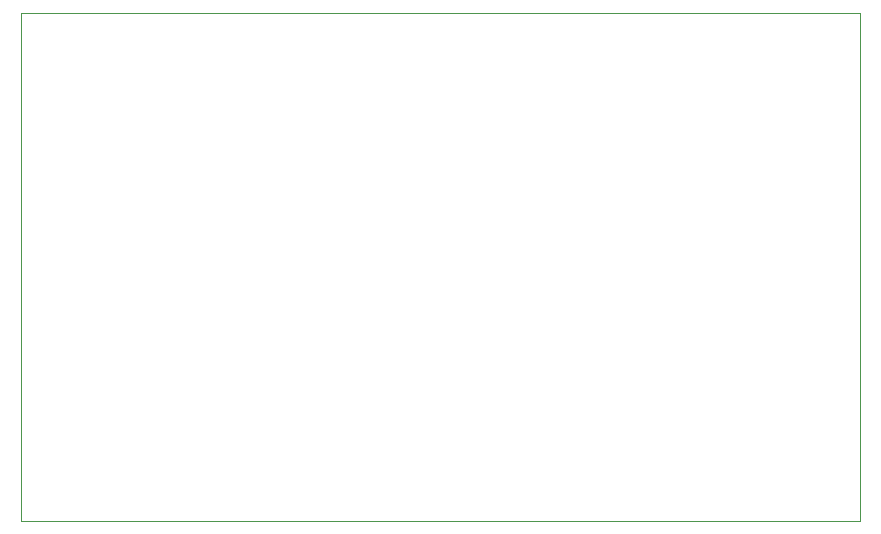
<source format=gbr>
G04 #@! TF.GenerationSoftware,KiCad,Pcbnew,5.1.2-f72e74a~84~ubuntu18.04.1*
G04 #@! TF.CreationDate,2019-08-02T14:19:08+02:00*
G04 #@! TF.ProjectId,board,626f6172-642e-46b6-9963-61645f706362,rev?*
G04 #@! TF.SameCoordinates,Original*
G04 #@! TF.FileFunction,Profile,NP*
%FSLAX46Y46*%
G04 Gerber Fmt 4.6, Leading zero omitted, Abs format (unit mm)*
G04 Created by KiCad (PCBNEW 5.1.2-f72e74a~84~ubuntu18.04.1) date 2019-08-02 14:19:08*
%MOMM*%
%LPD*%
G04 APERTURE LIST*
%ADD10C,0.050000*%
G04 APERTURE END LIST*
D10*
X204000000Y-45000000D02*
X133000000Y-45000000D01*
X133000000Y-88000000D02*
X204000000Y-88000000D01*
X133000000Y-88000000D02*
X133000000Y-45000000D01*
X204000000Y-45000000D02*
X204000000Y-88000000D01*
M02*

</source>
